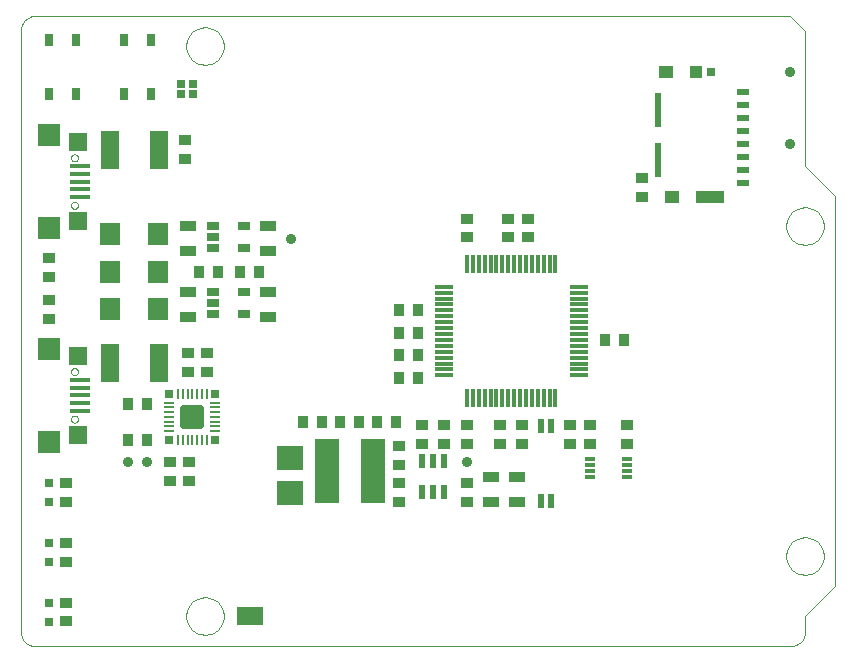
<source format=gbr>
G04 PROTEUS RS274X GERBER FILE*
%FSLAX45Y45*%
%MOMM*%
G01*
%ADD19R,1.700000X0.400000*%
%ADD70R,1.900000X1.900000*%
%ADD71R,1.500000X1.500000*%
%ADD20R,0.700000X1.000000*%
%ADD21R,0.800000X0.800000*%
%ADD22R,2.200000X1.650000*%
%ADD23R,1.050000X0.900000*%
%ADD24R,1.500000X3.200000*%
%ADD29R,2.390000X1.050000*%
%ADD72R,1.200000X1.050000*%
%ADD73R,1.080000X1.050000*%
%ADD30R,0.550000X2.910000*%
%ADD31R,1.000000X0.500000*%
%ADD32R,0.780000X0.720000*%
%AMPPAD080*
4,1,36,
0.423480,0.039380,
0.419120,0.053790,
0.412190,0.066740,
0.402970,0.077970,
0.391750,0.087190,
0.378790,0.094120,
0.364380,0.098480,
0.348800,0.100000,
-0.348800,0.100000,
-0.364380,0.098480,
-0.378790,0.094120,
-0.391750,0.087190,
-0.402970,0.077970,
-0.412190,0.066740,
-0.419120,0.053790,
-0.423480,0.039380,
-0.425000,0.023800,
-0.425000,-0.023800,
-0.423480,-0.039380,
-0.419120,-0.053790,
-0.412190,-0.066740,
-0.402970,-0.077970,
-0.391750,-0.087190,
-0.378790,-0.094120,
-0.364380,-0.098480,
-0.348800,-0.100000,
0.348800,-0.100000,
0.364380,-0.098480,
0.378790,-0.094120,
0.391750,-0.087190,
0.402970,-0.077970,
0.412190,-0.066740,
0.419120,-0.053790,
0.423480,-0.039380,
0.425000,-0.023800,
0.425000,0.023800,
0.423480,0.039380,
0*%
%ADD90PPAD080*%
%AMPPAD081*
4,1,36,
-0.039380,0.423480,
-0.053790,0.419120,
-0.066740,0.412190,
-0.077970,0.402970,
-0.087190,0.391750,
-0.094120,0.378790,
-0.098480,0.364380,
-0.100000,0.348800,
-0.100000,-0.348800,
-0.098480,-0.364380,
-0.094120,-0.378790,
-0.087190,-0.391750,
-0.077970,-0.402970,
-0.066740,-0.412190,
-0.053790,-0.419120,
-0.039380,-0.423480,
-0.023800,-0.425000,
0.023800,-0.425000,
0.039380,-0.423480,
0.053790,-0.419120,
0.066740,-0.412190,
0.077970,-0.402970,
0.087190,-0.391750,
0.094120,-0.378790,
0.098480,-0.364380,
0.100000,-0.348800,
0.100000,0.348800,
0.098480,0.364380,
0.094120,0.378790,
0.087190,0.391750,
0.077970,0.402970,
0.066740,0.412190,
0.053790,0.419120,
0.039380,0.423480,
0.023800,0.425000,
-0.023800,0.425000,
-0.039380,0.423480,
0*%
%ADD91PPAD081*%
%AMPPAD082*
4,1,36,
-0.797930,0.994950,
-0.845960,0.980400,
-0.889150,0.957300,
-0.926580,0.926580,
-0.957300,0.889150,
-0.980400,0.845960,
-0.994950,0.797930,
-1.000000,0.746000,
-1.000000,-0.746000,
-0.994950,-0.797930,
-0.980400,-0.845960,
-0.957300,-0.889150,
-0.926580,-0.926580,
-0.889150,-0.957300,
-0.845960,-0.980400,
-0.797930,-0.994950,
-0.746000,-1.000000,
0.746000,-1.000000,
0.797930,-0.994950,
0.845960,-0.980400,
0.889150,-0.957300,
0.926580,-0.926580,
0.957300,-0.889150,
0.980400,-0.845960,
0.994950,-0.797930,
1.000000,-0.746000,
1.000000,0.746000,
0.994950,0.797930,
0.980400,0.845960,
0.957300,0.889150,
0.926580,0.926580,
0.889150,0.957300,
0.845960,0.980400,
0.797930,0.994950,
0.746000,1.000000,
-0.746000,1.000000,
-0.797930,0.994950,
0*%
%ADD92PPAD082*%
%ADD36R,0.780000X0.780000*%
%ADD37R,1.500000X0.300000*%
%ADD38R,0.300000X1.500000*%
%ADD39R,0.650000X0.650000*%
%ADD40R,1.000000X0.660000*%
%ADD41R,0.600000X1.200000*%
%ADD42R,0.850000X0.300000*%
%ADD43R,0.900000X1.050000*%
%ADD44R,1.800000X1.900000*%
%ADD45R,1.397000X0.889000*%
%ADD46R,2.150000X5.500000*%
%ADD47R,2.286000X2.032000*%
%ADD48C,0.889000*%
%ADD49C,0.025400*%
D19*
X+501300Y+2252200D03*
X+501300Y+2187200D03*
X+501300Y+2122200D03*
X+501300Y+2057200D03*
X+501300Y+1992200D03*
D70*
X+241300Y+1727200D03*
D71*
X+486300Y+1787200D03*
X+486300Y+2457200D03*
D70*
X+241300Y+2517200D03*
D20*
X+466300Y+4670800D03*
X+466300Y+5130800D03*
X+241300Y+5130800D03*
X+241300Y+4670800D03*
X+1101300Y+4670800D03*
X+1101300Y+5130800D03*
X+876300Y+5130800D03*
X+876300Y+4670800D03*
D21*
X+241300Y+368200D03*
X+241300Y+203200D03*
D22*
X+1943100Y+254000D03*
D23*
X+387350Y+711200D03*
X+387350Y+871200D03*
X+387350Y+368200D03*
X+387350Y+208200D03*
D21*
X+241300Y+876200D03*
X+241300Y+711200D03*
D24*
X+755300Y+2396000D03*
X+1175300Y+2396000D03*
D23*
X+387350Y+1219200D03*
X+387350Y+1379200D03*
D21*
X+241300Y+1384200D03*
X+241300Y+1219200D03*
D29*
X+5836500Y+3800600D03*
D72*
X+5461000Y+4864100D03*
D73*
X+5722000Y+4864100D03*
D30*
X+5393500Y+4117100D03*
X+5393500Y+4536100D03*
D72*
X+5518000Y+3800600D03*
D31*
X+6117000Y+4688100D03*
X+6117000Y+4578100D03*
X+6117000Y+4468100D03*
X+6117000Y+4358100D03*
X+6117000Y+4248100D03*
X+6117000Y+4138100D03*
X+6117000Y+4028100D03*
X+6117000Y+3918100D03*
D32*
X+5849000Y+4864100D03*
D90*
X+1650700Y+1820650D03*
X+1650700Y+1860650D03*
X+1650700Y+1900650D03*
X+1650700Y+1940650D03*
X+1650700Y+1980650D03*
X+1650700Y+2020650D03*
X+1650700Y+2060650D03*
D91*
X+1575700Y+2135650D03*
X+1535700Y+2135650D03*
X+1495700Y+2135650D03*
X+1455700Y+2135650D03*
X+1415700Y+2135650D03*
X+1375700Y+2135650D03*
X+1335700Y+2135650D03*
D90*
X+1260700Y+2060650D03*
X+1260700Y+2020650D03*
X+1260700Y+1980650D03*
X+1260700Y+1940650D03*
X+1260700Y+1900650D03*
X+1260700Y+1860650D03*
X+1260700Y+1820650D03*
D91*
X+1335700Y+1745650D03*
X+1375700Y+1745650D03*
X+1415700Y+1745650D03*
X+1455700Y+1745650D03*
X+1495700Y+1745650D03*
X+1535700Y+1745650D03*
X+1575700Y+1745650D03*
D92*
X+1455700Y+1940650D03*
D36*
X+1650700Y+1745650D03*
X+1650700Y+2135650D03*
X+1260700Y+2135650D03*
X+1260700Y+1745650D03*
D37*
X+3584400Y+3042400D03*
X+3584400Y+2992400D03*
X+3584400Y+2942400D03*
X+3584400Y+2892400D03*
X+3584400Y+2842400D03*
X+3584400Y+2792400D03*
X+3584400Y+2742400D03*
X+3584400Y+2692400D03*
X+3584400Y+2642400D03*
X+3584400Y+2592400D03*
X+3584400Y+2542400D03*
X+3584400Y+2492400D03*
X+3584400Y+2442400D03*
X+3584400Y+2392400D03*
X+3584400Y+2342400D03*
X+3584400Y+2292400D03*
D38*
X+3779400Y+2097400D03*
X+3829400Y+2097400D03*
X+3879400Y+2097400D03*
X+3929400Y+2097400D03*
X+3979400Y+2097400D03*
X+4029400Y+2097400D03*
X+4079400Y+2097400D03*
X+4129400Y+2097400D03*
X+4179400Y+2097400D03*
X+4229400Y+2097400D03*
X+4279400Y+2097400D03*
X+4329400Y+2097400D03*
X+4379400Y+2097400D03*
X+4429400Y+2097400D03*
X+4479400Y+2097400D03*
X+4529400Y+2097400D03*
D37*
X+4724400Y+2292400D03*
X+4724400Y+2342400D03*
X+4724400Y+2392400D03*
X+4724400Y+2442400D03*
X+4724400Y+2492400D03*
X+4724400Y+2542400D03*
X+4724400Y+2592400D03*
X+4724400Y+2642400D03*
X+4724400Y+2692400D03*
X+4724400Y+2742400D03*
X+4724400Y+2792400D03*
X+4724400Y+2842400D03*
X+4724400Y+2892400D03*
X+4724400Y+2942400D03*
X+4724400Y+2992400D03*
X+4724400Y+3042400D03*
D38*
X+4529400Y+3237400D03*
X+4479400Y+3237400D03*
X+4429400Y+3237400D03*
X+4379400Y+3237400D03*
X+4329400Y+3237400D03*
X+4279400Y+3237400D03*
X+4229400Y+3237400D03*
X+4179400Y+3237400D03*
X+4129400Y+3237400D03*
X+4079400Y+3237400D03*
X+4029400Y+3237400D03*
X+3979400Y+3237400D03*
X+3929400Y+3237400D03*
X+3879400Y+3237400D03*
X+3829400Y+3237400D03*
X+3779400Y+3237400D03*
D19*
X+501300Y+4062900D03*
X+501300Y+3997900D03*
X+501300Y+3932900D03*
X+501300Y+3867900D03*
X+501300Y+3802900D03*
D70*
X+241300Y+3537900D03*
D71*
X+486300Y+3597900D03*
X+486300Y+4267900D03*
D70*
X+241300Y+4327900D03*
D39*
X+1355300Y+4755800D03*
X+1460300Y+4755800D03*
X+1355300Y+4670800D03*
X+1460300Y+4670800D03*
D40*
X+1628850Y+2999250D03*
X+1628850Y+2904250D03*
X+1628850Y+2809250D03*
X+1888850Y+2809250D03*
X+1888850Y+2999250D03*
X+1628850Y+3558050D03*
X+1628850Y+3463050D03*
X+1628850Y+3368050D03*
X+1888850Y+3368050D03*
X+1888850Y+3558050D03*
D41*
X+3399524Y+1306218D03*
X+3494524Y+1306218D03*
X+3589524Y+1306218D03*
X+3589524Y+1566218D03*
X+3494524Y+1566218D03*
X+3399524Y+1566218D03*
D42*
X+4818540Y+1581800D03*
X+4818540Y+1531800D03*
X+4818540Y+1481800D03*
X+4818540Y+1431800D03*
X+5134540Y+1431800D03*
X+5134540Y+1481800D03*
X+5134540Y+1531800D03*
X+5134540Y+1581800D03*
D43*
X+1072800Y+2046750D03*
X+912800Y+2046750D03*
D23*
X+1263650Y+1555750D03*
X+1263650Y+1395750D03*
D24*
X+755300Y+4204160D03*
X+1175300Y+4204160D03*
D23*
X+1415700Y+2478550D03*
X+1415700Y+2318550D03*
X+241300Y+2771200D03*
X+241300Y+2931200D03*
X+241300Y+3123900D03*
X+241300Y+3283900D03*
X+1390300Y+4281950D03*
X+1390300Y+4121950D03*
X+4294500Y+3459650D03*
X+4294500Y+3619650D03*
X+4129400Y+3459650D03*
X+4129400Y+3619650D03*
X+3779400Y+3459650D03*
X+3779400Y+3619650D03*
D43*
X+3362150Y+2842400D03*
X+3202150Y+2842400D03*
D23*
X+3779400Y+1875150D03*
X+3779400Y+1715150D03*
X+4060350Y+1875150D03*
X+4060350Y+1715150D03*
D43*
X+4946650Y+2592400D03*
X+5106650Y+2592400D03*
D23*
X+1580800Y+2318550D03*
X+1580800Y+2478550D03*
D43*
X+1072800Y+1741950D03*
X+912800Y+1741950D03*
D23*
X+3783650Y+1219850D03*
X+3783650Y+1379850D03*
D44*
X+755300Y+3488200D03*
X+1165300Y+3488200D03*
X+1165300Y+2853200D03*
X+755300Y+2853200D03*
X+755300Y+3170700D03*
X+1165300Y+3170700D03*
D45*
X+4200050Y+1216040D03*
X+4200050Y+1429400D03*
X+1419300Y+3558050D03*
X+1419300Y+3344690D03*
X+1419300Y+2999250D03*
X+1419300Y+2785890D03*
D46*
X+2983550Y+1486550D03*
X+2598550Y+1486550D03*
D41*
X+4403250Y+1862450D03*
X+4403250Y+1232450D03*
X+4493250Y+1232450D03*
X+4493250Y+1862450D03*
D23*
X+4244500Y+1715150D03*
X+4244500Y+1875150D03*
X+4653440Y+1715150D03*
X+4653440Y+1875150D03*
D45*
X+3984150Y+1216040D03*
X+3984150Y+1429400D03*
D23*
X+3205800Y+1531000D03*
X+3205800Y+1691000D03*
X+3398400Y+1715150D03*
X+3398400Y+1875150D03*
X+3588900Y+1715150D03*
X+3588900Y+1875150D03*
D43*
X+2703750Y+1899300D03*
X+2863750Y+1899300D03*
X+3174900Y+1899300D03*
X+3014900Y+1899300D03*
X+2392600Y+1899300D03*
X+2552600Y+1899300D03*
D23*
X+3205800Y+1219850D03*
X+3205800Y+1379850D03*
D47*
X+2280800Y+1596050D03*
X+2280800Y+1296050D03*
D45*
X+2098400Y+2999250D03*
X+2098400Y+2785890D03*
X+2098400Y+3558050D03*
X+2098400Y+3344690D03*
D23*
X+5264150Y+3962400D03*
X+5264150Y+3802400D03*
D48*
X+6515750Y+4864100D03*
X+6515750Y+4254500D03*
X+2289250Y+3450600D03*
X+3779400Y+1556400D03*
D23*
X+1428750Y+1555750D03*
X+1428750Y+1395750D03*
D43*
X+3202150Y+2651900D03*
X+3362150Y+2651900D03*
X+3202150Y+2461400D03*
X+3362150Y+2461400D03*
X+3202150Y+2270900D03*
X+3362150Y+2270900D03*
X+2017450Y+3170700D03*
X+1857450Y+3170700D03*
D23*
X+4818540Y+1715150D03*
X+4818540Y+1875150D03*
X+5134540Y+1715150D03*
X+5134540Y+1875150D03*
D43*
X+1674550Y+3170700D03*
X+1514550Y+3170700D03*
D48*
X+1072800Y+1557800D03*
X+912800Y+1557800D03*
D49*
X+6800850Y+762000D02*
X+6800320Y+774958D01*
X+6796016Y+800876D01*
X+6787025Y+826794D01*
X+6772380Y+852712D01*
X+6749976Y+878466D01*
X+6724058Y+897958D01*
X+6698140Y+910530D01*
X+6672222Y+917866D01*
X+6646304Y+920694D01*
X+6642100Y+920750D01*
X+6483350Y+762000D02*
X+6483880Y+774958D01*
X+6488184Y+800876D01*
X+6497175Y+826794D01*
X+6511820Y+852712D01*
X+6534224Y+878466D01*
X+6560142Y+897958D01*
X+6586060Y+910530D01*
X+6611978Y+917866D01*
X+6637896Y+920694D01*
X+6642100Y+920750D01*
X+6483350Y+762000D02*
X+6483880Y+749042D01*
X+6488184Y+723124D01*
X+6497175Y+697206D01*
X+6511820Y+671288D01*
X+6534224Y+645534D01*
X+6560142Y+626042D01*
X+6586060Y+613470D01*
X+6611978Y+606134D01*
X+6637896Y+603306D01*
X+6642100Y+603250D01*
X+6800850Y+762000D02*
X+6800320Y+749042D01*
X+6796016Y+723124D01*
X+6787025Y+697206D01*
X+6772380Y+671288D01*
X+6749976Y+645534D01*
X+6724058Y+626042D01*
X+6698140Y+613470D01*
X+6672222Y+606134D01*
X+6646304Y+603306D01*
X+6642100Y+603250D01*
X+6800850Y+3556000D02*
X+6800320Y+3568958D01*
X+6796016Y+3594876D01*
X+6787025Y+3620794D01*
X+6772380Y+3646712D01*
X+6749976Y+3672466D01*
X+6724058Y+3691958D01*
X+6698140Y+3704530D01*
X+6672222Y+3711866D01*
X+6646304Y+3714694D01*
X+6642100Y+3714750D01*
X+6483350Y+3556000D02*
X+6483880Y+3568958D01*
X+6488184Y+3594876D01*
X+6497175Y+3620794D01*
X+6511820Y+3646712D01*
X+6534224Y+3672466D01*
X+6560142Y+3691958D01*
X+6586060Y+3704530D01*
X+6611978Y+3711866D01*
X+6637896Y+3714694D01*
X+6642100Y+3714750D01*
X+6483350Y+3556000D02*
X+6483880Y+3543042D01*
X+6488184Y+3517124D01*
X+6497175Y+3491206D01*
X+6511820Y+3465288D01*
X+6534224Y+3439534D01*
X+6560142Y+3420042D01*
X+6586060Y+3407470D01*
X+6611978Y+3400134D01*
X+6637896Y+3397306D01*
X+6642100Y+3397250D01*
X+6800850Y+3556000D02*
X+6800320Y+3543042D01*
X+6796016Y+3517124D01*
X+6787025Y+3491206D01*
X+6772380Y+3465288D01*
X+6749976Y+3439534D01*
X+6724058Y+3420042D01*
X+6698140Y+3407470D01*
X+6672222Y+3400134D01*
X+6646304Y+3397306D01*
X+6642100Y+3397250D01*
X+1720850Y+5080000D02*
X+1720320Y+5092958D01*
X+1716016Y+5118876D01*
X+1707025Y+5144794D01*
X+1692380Y+5170712D01*
X+1669976Y+5196466D01*
X+1644058Y+5215958D01*
X+1618140Y+5228530D01*
X+1592222Y+5235866D01*
X+1566304Y+5238694D01*
X+1562100Y+5238750D01*
X+1403350Y+5080000D02*
X+1403880Y+5092958D01*
X+1408184Y+5118876D01*
X+1417175Y+5144794D01*
X+1431820Y+5170712D01*
X+1454224Y+5196466D01*
X+1480142Y+5215958D01*
X+1506060Y+5228530D01*
X+1531978Y+5235866D01*
X+1557896Y+5238694D01*
X+1562100Y+5238750D01*
X+1403350Y+5080000D02*
X+1403880Y+5067042D01*
X+1408184Y+5041124D01*
X+1417175Y+5015206D01*
X+1431820Y+4989288D01*
X+1454224Y+4963534D01*
X+1480142Y+4944042D01*
X+1506060Y+4931470D01*
X+1531978Y+4924134D01*
X+1557896Y+4921306D01*
X+1562100Y+4921250D01*
X+1720850Y+5080000D02*
X+1720320Y+5067042D01*
X+1716016Y+5041124D01*
X+1707025Y+5015206D01*
X+1692380Y+4989288D01*
X+1669976Y+4963534D01*
X+1644058Y+4944042D01*
X+1618140Y+4931470D01*
X+1592222Y+4924134D01*
X+1566304Y+4921306D01*
X+1562100Y+4921250D01*
X+1720850Y+254000D02*
X+1720320Y+266958D01*
X+1716016Y+292876D01*
X+1707025Y+318794D01*
X+1692380Y+344712D01*
X+1669976Y+370466D01*
X+1644058Y+389958D01*
X+1618140Y+402530D01*
X+1592222Y+409866D01*
X+1566304Y+412694D01*
X+1562100Y+412750D01*
X+1403350Y+254000D02*
X+1403880Y+266958D01*
X+1408184Y+292876D01*
X+1417175Y+318794D01*
X+1431820Y+344712D01*
X+1454224Y+370466D01*
X+1480142Y+389958D01*
X+1506060Y+402530D01*
X+1531978Y+409866D01*
X+1557896Y+412694D01*
X+1562100Y+412750D01*
X+1403350Y+254000D02*
X+1403880Y+241042D01*
X+1408184Y+215124D01*
X+1417175Y+189206D01*
X+1431820Y+163288D01*
X+1454224Y+137534D01*
X+1480142Y+118042D01*
X+1506060Y+105470D01*
X+1531978Y+98134D01*
X+1557896Y+95306D01*
X+1562100Y+95250D01*
X+1720850Y+254000D02*
X+1720320Y+241042D01*
X+1716016Y+215124D01*
X+1707025Y+189206D01*
X+1692380Y+163288D01*
X+1669976Y+137534D01*
X+1644058Y+118042D01*
X+1618140Y+105470D01*
X+1592222Y+98134D01*
X+1566304Y+95306D01*
X+1562100Y+95250D01*
X+127000Y+0D02*
X+101032Y+2527D01*
X+77018Y+9798D01*
X+55423Y+21347D01*
X+36711Y+36711D01*
X+21348Y+55423D01*
X+9798Y+77018D01*
X+2527Y+101032D01*
X+0Y+127000D01*
X+0Y+5207000D01*
X+2527Y+5232967D01*
X+9798Y+5256981D01*
X+21348Y+5278577D01*
X+36711Y+5297289D01*
X+55423Y+5312652D01*
X+77018Y+5324202D01*
X+101032Y+5331473D01*
X+127000Y+5334000D01*
X+6515100Y+5334000D01*
X+6642100Y+5207000D01*
X+6642100Y+4064000D01*
X+6896100Y+3810000D01*
X+6896100Y+508000D01*
X+6642100Y+254000D01*
X+6642100Y+127000D01*
X+6639573Y+101032D01*
X+6632302Y+77018D01*
X+6620752Y+55423D01*
X+6605389Y+36711D01*
X+6586677Y+21347D01*
X+6565081Y+9798D01*
X+6541067Y+2527D01*
X+6515100Y+0D01*
X+127000Y+0D01*
X+486300Y+2322200D02*
X+486197Y+2324689D01*
X+485355Y+2329669D01*
X+483595Y+2334649D01*
X+480718Y+2339629D01*
X+476317Y+2344545D01*
X+471337Y+2348159D01*
X+466357Y+2350464D01*
X+461377Y+2351767D01*
X+456397Y+2352200D01*
X+456300Y+2352200D01*
X+426300Y+2322200D02*
X+426403Y+2324689D01*
X+427245Y+2329669D01*
X+429005Y+2334649D01*
X+431882Y+2339629D01*
X+436283Y+2344545D01*
X+441263Y+2348159D01*
X+446243Y+2350464D01*
X+451223Y+2351767D01*
X+456203Y+2352200D01*
X+456300Y+2352200D01*
X+426300Y+2322200D02*
X+426403Y+2319711D01*
X+427245Y+2314731D01*
X+429005Y+2309751D01*
X+431882Y+2304771D01*
X+436283Y+2299855D01*
X+441263Y+2296241D01*
X+446243Y+2293936D01*
X+451223Y+2292633D01*
X+456203Y+2292200D01*
X+456300Y+2292200D01*
X+486300Y+2322200D02*
X+486197Y+2319711D01*
X+485355Y+2314731D01*
X+483595Y+2309751D01*
X+480718Y+2304771D01*
X+476317Y+2299855D01*
X+471337Y+2296241D01*
X+466357Y+2293936D01*
X+461377Y+2292633D01*
X+456397Y+2292200D01*
X+456300Y+2292200D01*
X+486300Y+1922200D02*
X+486197Y+1924689D01*
X+485355Y+1929669D01*
X+483595Y+1934649D01*
X+480718Y+1939629D01*
X+476317Y+1944545D01*
X+471337Y+1948159D01*
X+466357Y+1950464D01*
X+461377Y+1951767D01*
X+456397Y+1952200D01*
X+456300Y+1952200D01*
X+426300Y+1922200D02*
X+426403Y+1924689D01*
X+427245Y+1929669D01*
X+429005Y+1934649D01*
X+431882Y+1939629D01*
X+436283Y+1944545D01*
X+441263Y+1948159D01*
X+446243Y+1950464D01*
X+451223Y+1951767D01*
X+456203Y+1952200D01*
X+456300Y+1952200D01*
X+426300Y+1922200D02*
X+426403Y+1919711D01*
X+427245Y+1914731D01*
X+429005Y+1909751D01*
X+431882Y+1904771D01*
X+436283Y+1899855D01*
X+441263Y+1896241D01*
X+446243Y+1893936D01*
X+451223Y+1892633D01*
X+456203Y+1892200D01*
X+456300Y+1892200D01*
X+486300Y+1922200D02*
X+486197Y+1919711D01*
X+485355Y+1914731D01*
X+483595Y+1909751D01*
X+480718Y+1904771D01*
X+476317Y+1899855D01*
X+471337Y+1896241D01*
X+466357Y+1893936D01*
X+461377Y+1892633D01*
X+456397Y+1892200D01*
X+456300Y+1892200D01*
X+486300Y+3732900D02*
X+486197Y+3735389D01*
X+485355Y+3740369D01*
X+483595Y+3745349D01*
X+480718Y+3750329D01*
X+476317Y+3755245D01*
X+471337Y+3758859D01*
X+466357Y+3761164D01*
X+461377Y+3762467D01*
X+456397Y+3762900D01*
X+456300Y+3762900D01*
X+426300Y+3732900D02*
X+426403Y+3735389D01*
X+427245Y+3740369D01*
X+429005Y+3745349D01*
X+431882Y+3750329D01*
X+436283Y+3755245D01*
X+441263Y+3758859D01*
X+446243Y+3761164D01*
X+451223Y+3762467D01*
X+456203Y+3762900D01*
X+456300Y+3762900D01*
X+426300Y+3732900D02*
X+426403Y+3730411D01*
X+427245Y+3725431D01*
X+429005Y+3720451D01*
X+431882Y+3715471D01*
X+436283Y+3710555D01*
X+441263Y+3706941D01*
X+446243Y+3704636D01*
X+451223Y+3703333D01*
X+456203Y+3702900D01*
X+456300Y+3702900D01*
X+486300Y+3732900D02*
X+486197Y+3730411D01*
X+485355Y+3725431D01*
X+483595Y+3720451D01*
X+480718Y+3715471D01*
X+476317Y+3710555D01*
X+471337Y+3706941D01*
X+466357Y+3704636D01*
X+461377Y+3703333D01*
X+456397Y+3702900D01*
X+456300Y+3702900D01*
X+486300Y+4132900D02*
X+486197Y+4135389D01*
X+485355Y+4140369D01*
X+483595Y+4145349D01*
X+480718Y+4150329D01*
X+476317Y+4155245D01*
X+471337Y+4158859D01*
X+466357Y+4161164D01*
X+461377Y+4162467D01*
X+456397Y+4162900D01*
X+456300Y+4162900D01*
X+426300Y+4132900D02*
X+426403Y+4135389D01*
X+427245Y+4140369D01*
X+429005Y+4145349D01*
X+431882Y+4150329D01*
X+436283Y+4155245D01*
X+441263Y+4158859D01*
X+446243Y+4161164D01*
X+451223Y+4162467D01*
X+456203Y+4162900D01*
X+456300Y+4162900D01*
X+426300Y+4132900D02*
X+426403Y+4130411D01*
X+427245Y+4125431D01*
X+429005Y+4120451D01*
X+431882Y+4115471D01*
X+436283Y+4110555D01*
X+441263Y+4106941D01*
X+446243Y+4104636D01*
X+451223Y+4103333D01*
X+456203Y+4102900D01*
X+456300Y+4102900D01*
X+486300Y+4132900D02*
X+486197Y+4130411D01*
X+485355Y+4125431D01*
X+483595Y+4120451D01*
X+480718Y+4115471D01*
X+476317Y+4110555D01*
X+471337Y+4106941D01*
X+466357Y+4104636D01*
X+461377Y+4103333D01*
X+456397Y+4102900D01*
X+456300Y+4102900D01*
M02*

</source>
